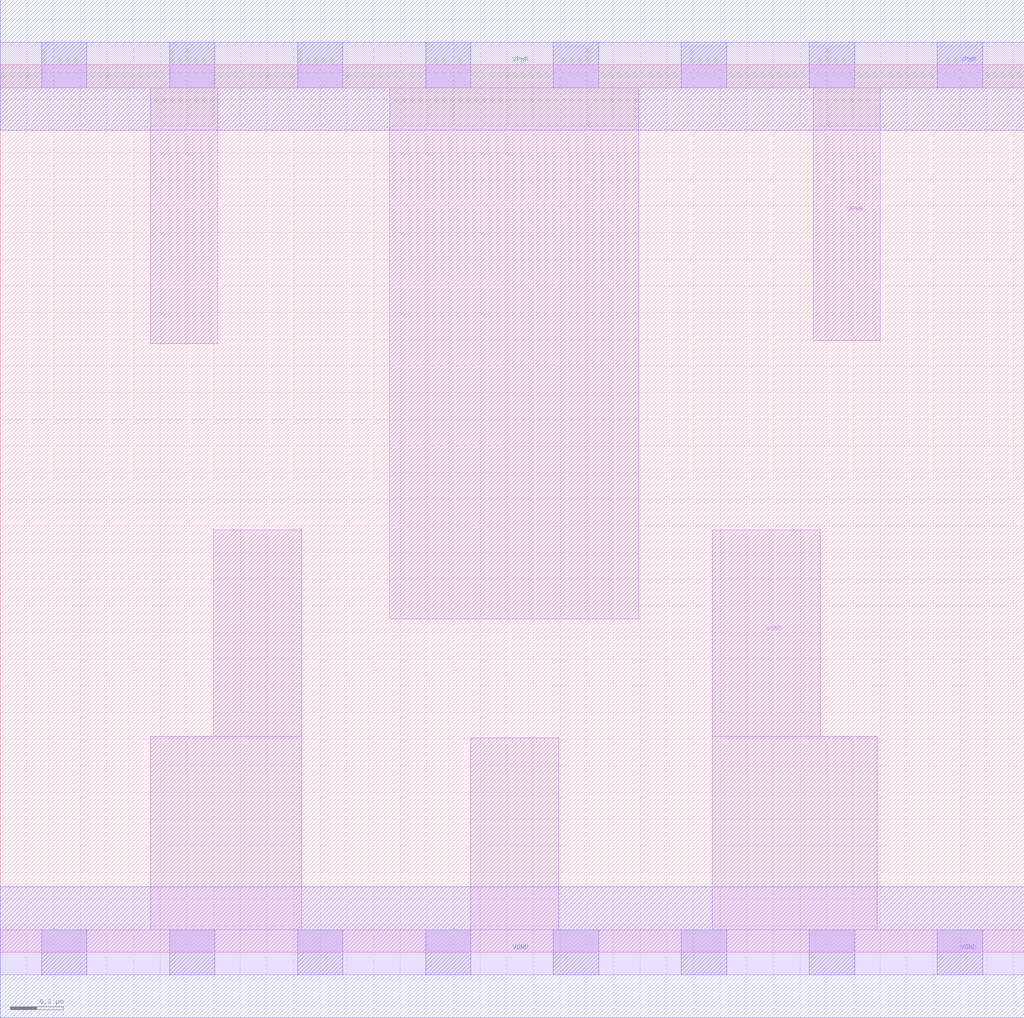
<source format=lef>
# Copyright 2020 The SkyWater PDK Authors
#
# Licensed under the Apache License, Version 2.0 (the "License");
# you may not use this file except in compliance with the License.
# You may obtain a copy of the License at
#
#     https://www.apache.org/licenses/LICENSE-2.0
#
# Unless required by applicable law or agreed to in writing, software
# distributed under the License is distributed on an "AS IS" BASIS,
# WITHOUT WARRANTIES OR CONDITIONS OF ANY KIND, either express or implied.
# See the License for the specific language governing permissions and
# limitations under the License.
#
# SPDX-License-Identifier: Apache-2.0

VERSION 5.7 ;
  NAMESCASESENSITIVE ON ;
  NOWIREEXTENSIONATPIN ON ;
  DIVIDERCHAR "/" ;
  BUSBITCHARS "[]" ;
UNITS
  DATABASE MICRONS 200 ;
END UNITS
MACRO sky130_fd_sc_ls__decap_8
  CLASS CORE ;
  SOURCE USER ;
  FOREIGN sky130_fd_sc_ls__decap_8 ;
  ORIGIN  0.000000  0.000000 ;
  SIZE  3.840000 BY  3.330000 ;
  SYMMETRY X Y ;
  SITE unit ;
  PIN VGND
    DIRECTION INOUT ;
    SHAPE ABUTMENT ;
    USE GROUND ;
    PORT
      LAYER li1 ;
        RECT 0.000000 -0.085000 3.840000 0.085000 ;
        RECT 0.565000  0.085000 1.130000 0.810000 ;
        RECT 0.800000  0.810000 1.130000 1.585000 ;
        RECT 1.765000  0.085000 2.095000 0.805000 ;
        RECT 2.670000  0.085000 3.290000 0.810000 ;
        RECT 2.670000  0.810000 3.075000 1.585000 ;
      LAYER mcon ;
        RECT 0.155000 -0.085000 0.325000 0.085000 ;
        RECT 0.635000 -0.085000 0.805000 0.085000 ;
        RECT 1.115000 -0.085000 1.285000 0.085000 ;
        RECT 1.595000 -0.085000 1.765000 0.085000 ;
        RECT 2.075000 -0.085000 2.245000 0.085000 ;
        RECT 2.555000 -0.085000 2.725000 0.085000 ;
        RECT 3.035000 -0.085000 3.205000 0.085000 ;
        RECT 3.515000 -0.085000 3.685000 0.085000 ;
      LAYER met1 ;
        RECT 0.000000 -0.245000 3.840000 0.245000 ;
    END
  END VGND
  PIN VPWR
    DIRECTION INOUT ;
    SHAPE ABUTMENT ;
    USE POWER ;
    PORT
      LAYER li1 ;
        RECT 0.000000 3.245000 3.840000 3.415000 ;
        RECT 0.565000 2.285000 0.815000 3.245000 ;
        RECT 1.460000 1.250000 2.395000 3.245000 ;
        RECT 3.050000 2.295000 3.300000 3.245000 ;
      LAYER mcon ;
        RECT 0.155000 3.245000 0.325000 3.415000 ;
        RECT 0.635000 3.245000 0.805000 3.415000 ;
        RECT 1.115000 3.245000 1.285000 3.415000 ;
        RECT 1.595000 3.245000 1.765000 3.415000 ;
        RECT 2.075000 3.245000 2.245000 3.415000 ;
        RECT 2.555000 3.245000 2.725000 3.415000 ;
        RECT 3.035000 3.245000 3.205000 3.415000 ;
        RECT 3.515000 3.245000 3.685000 3.415000 ;
      LAYER met1 ;
        RECT 0.000000 3.085000 3.840000 3.575000 ;
    END
  END VPWR
END sky130_fd_sc_ls__decap_8

</source>
